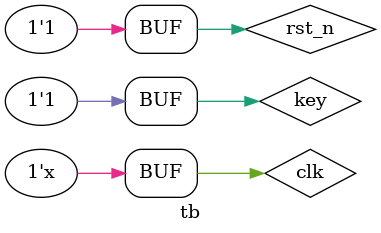
<source format=v>
`timescale 1ns / 1ps


module tb();
reg    clk         ;
reg    rst_n       ;
reg    key         ;
wire   led        ;
        
top #(
        .TIME_20MS  (20'd10  )
    ) top_tb(
    .clk     (clk     ),
    .rst_n   (rst_n   ),
    .key     (key     ),
    .led     (led     )
    );

initial begin
    clk     =   1'b0    ;
    rst_n   =   1'b0    ;
    #30
    rst_n   =   1'b1    ;
end
always  #10 clk =   ~clk    ;

initial begin
    key =   1'b1    ;
    #50
    key =   1'b0    ;
    #300
    key =   1'b1    ;
    #50
    key =   1'b0    ;
    #240
    key =   1'b1    ;
end

endmodule

</source>
